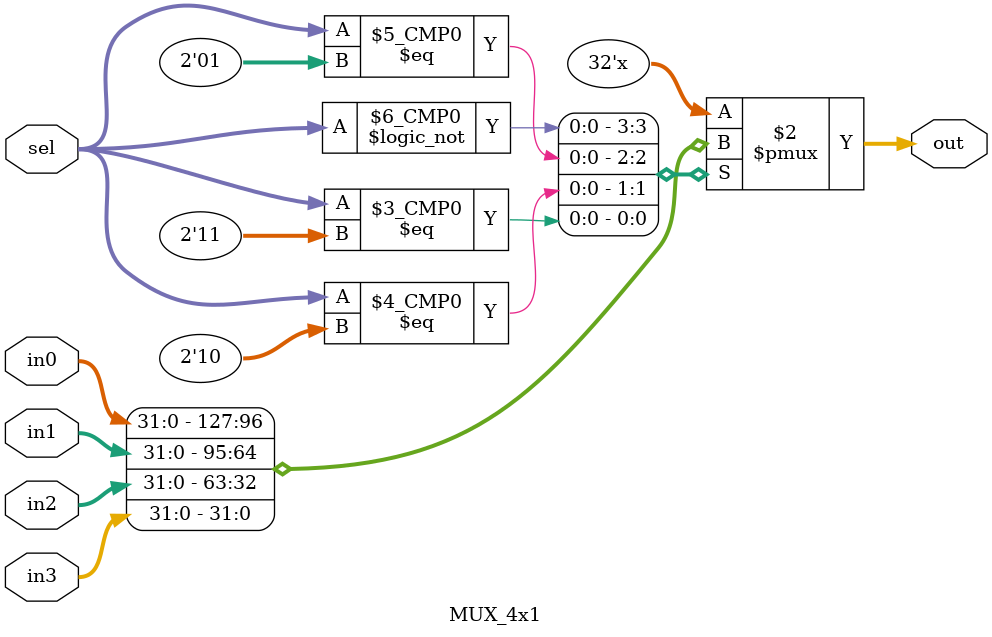
<source format=v>
module MUX_4x1 #(parameter WIDTH = 32) (
input  wire [WIDTH-1 :0] in0,
input  wire [WIDTH-1 :0] in1,
input  wire [WIDTH-1 :0] in2,
input  wire [WIDTH-1 :0] in3,
input  wire [1:0]        sel,
output reg  [WIDTH-1 :0] out
);

always @(*) begin
	case(sel)
		2'b00: out = in0;
		2'b01: out = in1;
		2'b10: out = in2;
		2'b11: out = in3;
	endcase
end
endmodule
</source>
